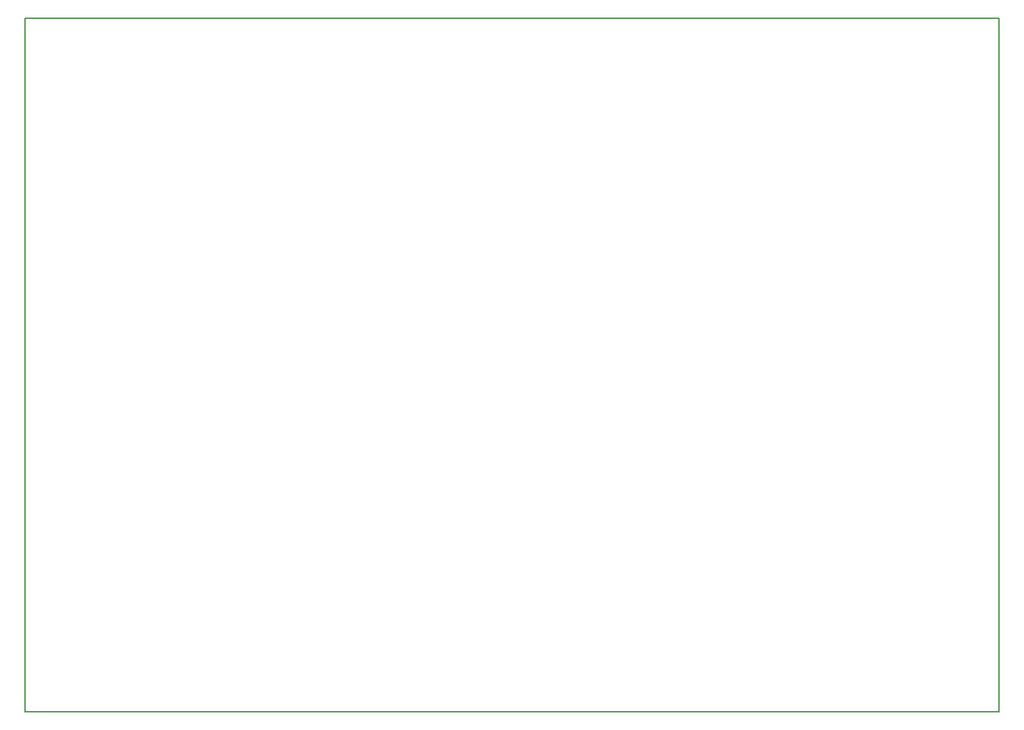
<source format=gm1>
G04 #@! TF.GenerationSoftware,KiCad,Pcbnew,5.0.2-bee76a0~70~ubuntu18.04.1*
G04 #@! TF.CreationDate,2019-04-28T14:18:51+03:00*
G04 #@! TF.ProjectId,LED_controller,4c45445f-636f-46e7-9472-6f6c6c65722e,rev?*
G04 #@! TF.SameCoordinates,Original*
G04 #@! TF.FileFunction,Profile,NP*
%FSLAX45Y45*%
G04 Gerber Fmt 4.5, Leading zero omitted, Abs format (unit mm)*
G04 Created by KiCad (PCBNEW 5.0.2-bee76a0~70~ubuntu18.04.1) date Вс 28 апр 2019 14:18:51*
%MOMM*%
%LPD*%
G01*
G04 APERTURE LIST*
%ADD10C,0.200000*%
G04 APERTURE END LIST*
D10*
X5000000Y-5000000D02*
X5000000Y-13700000D01*
X5000000Y-13700000D02*
X17200000Y-13700000D01*
X17200000Y-5000000D02*
X17200000Y-13700000D01*
X5000000Y-5000000D02*
X17200000Y-5000000D01*
M02*

</source>
